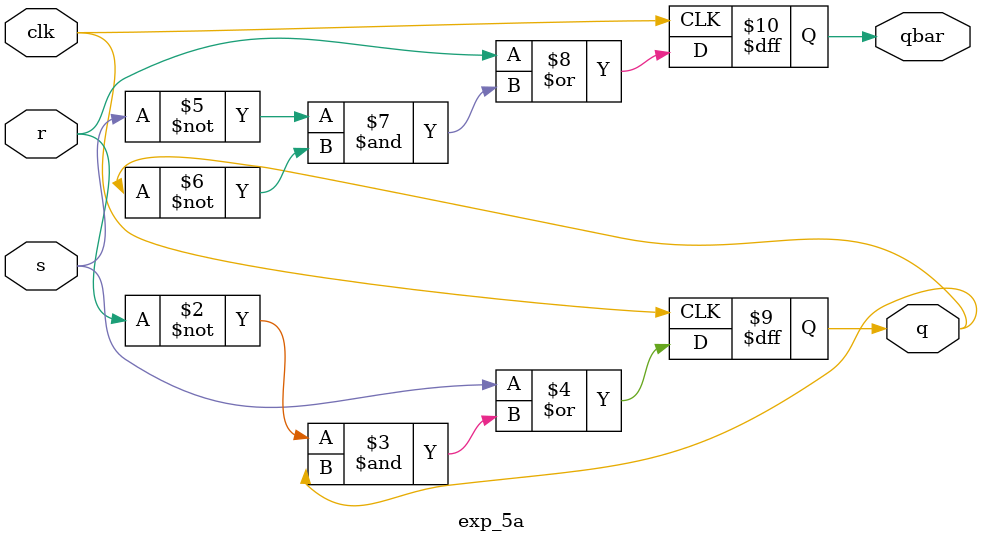
<source format=v>
module exp_5a(s,r,clk,q,qbar);
input s,r,clk;
output q,qbar;
reg q,qbar;
always @(posedge clk)
begin
q<=s|(~r&q);
qbar<=r|(~s&~q);
end
endmodule
</source>
